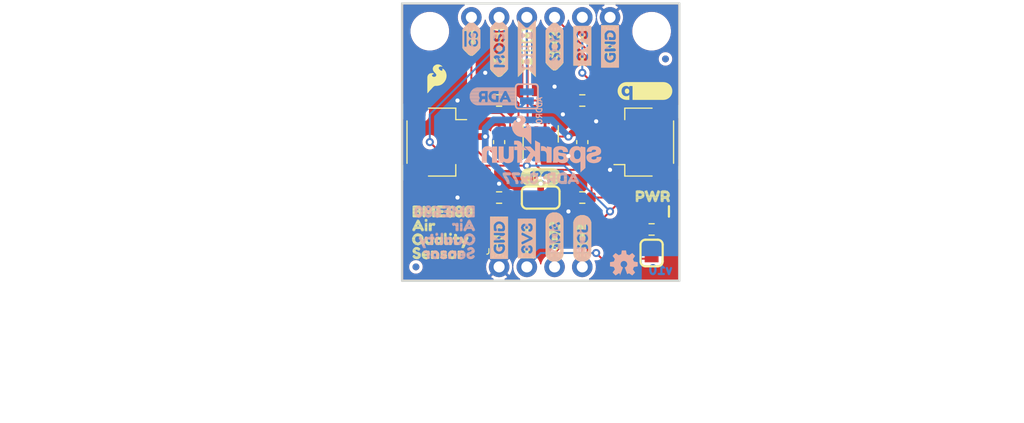
<source format=kicad_pcb>
(kicad_pcb (version 20221018) (generator pcbnew)
  (layers (0 "F.Cu" signal) (31 "B.Cu" signal) (34 "B.Paste" user) (35 "F.Paste" user) (36 "B.SilkS" user "B.Silkscreen") (37 "F.SilkS" user "F.Silkscreen") (38 "B.Mask" user) (39 "F.Mask" user) (44 "Edge.Cuts" user))
  (net 0 "")
  (net 1 "3.3V")
  (net 2 "GND")
  (net 3 "/SDO{slash}ADR")
  (net 4 "Net-(D1-PadA)")
  (net 5 "Net-(I2CPU0-Pad3)")
  (net 6 "Net-(I2CPU0-Pad1)")
  (net 7 "/SCK{slash}SCL")
  (net 8 "/SDI{slash}SDA")
  (net 9 "/~{CS}")
  (net 10 "Net-(PWRLED0-Pad1)")
  (footprint "Environmental_Sensor_Breakout_BME680:MOSI_I" (layer "F.Cu") (at 144.6911 99.1616 90)
    (fp_text reference "U$5" hide)
    (fp_text value "" hide)
  )
  (footprint "Environmental_Sensor_Breakout_BME680:STAND-OFF-TIGHT" (layer "F.Cu") (at 138.3411 94.8436)
    (fp_text reference "H1" hide)
    (fp_text value "STAND-OFFTIGHT" hide)
    (pad "" np_thru_hole circle (at 0 0) (size 3.048 3.048) (drill 3.048) (layers "*.Cu" "*.Mask"))
  )
  (footprint "Environmental_Sensor_Breakout_BME680:LED-0603" (layer "F.Cu") (at 158.6611 111.3536)
    (fp_text reference "D1" hide)
    (fp_text value "RED")
    (pad "A" smd roundrect (at -0.877 0 270) (size 1 1) (layers "F.Cu" "F.Paste" "F.Mask") (roundrect_rratio 0.15) (net 4 "Net-(D1-PadA)"))
    (pad "C" smd roundrect (at 0.877 0 270) (size 1 1) (layers "F.Cu" "F.Paste" "F.Mask") (roundrect_rratio 0.15) (net 2 "GND"))
  )
  (footprint "Resistor_SMD:R_0603_1608Metric" (layer "F.Cu") (at 152.3111 110.0836 180)
    (fp_text reference "R3" hide)
    (fp_text value "4.7KOHM-0603-1/10W-1%" hide)
    (pad "1" smd roundrect (at -0.825 0 180) (size 0.8 0.95) (layers "F.Cu" "F.Paste" "F.Mask") (net 8 "/SDI{slash}SDA"))
    (pad "2" smd roundrect (at 0.825 0 180) (size 0.8 0.95) (layers "F.Cu" "F.Paste" "F.Mask") (net 5 "Net-(I2CPU0-Pad3)"))
  )
  (footprint "Environmental_Sensor_Breakout_BME680:3V3_P" (layer "F.Cu") (at 147.2311 116.1796 90)
    (fp_text reference "U$16" hide)
    (fp_text value "" hide)
  )
  (footprint "Environmental_Sensor_Breakout_BME680:CREATIVE_COMMONS" (layer "F.Cu") (at 119.2911 127.8636)
    (fp_text reference "FRAME1" hide)
    (fp_text value "FRAME-LETTER" hide)
  )
  (footprint "Environmental_Sensor_Breakout_BME680:BME6800" (layer "F.Cu") (at 135.8011 111.3536)
    (fp_text reference "U$22" hide)
    (fp_text value "" hide)
  )
  (footprint "Environmental_Sensor_Breakout_BME680:1X06_NO_SILK" (layer "F.Cu") (at 142.1511 93.5736)
    (fp_text reference "J2" hide)
    (fp_text value "SPI")
    (pad "1" thru_hole circle (at 0 0 90) (size 1.8796 1.8796) (drill 1.016) (layers "*.Cu" "*.Mask") (net 9 "/~{CS}"))
    (pad "2" thru_hole circle (at 2.54 0 90) (size 1.8796 1.8796) (drill 1.016) (layers "*.Cu" "*.Mask") (net 8 "/SDI{slash}SDA"))
    (pad "3" thru_hole circle (at 5.08 0 90) (size 1.8796 1.8796) (drill 1.016) (layers "*.Cu" "*.Mask") (net 3 "/SDO{slash}ADR"))
    (pad "4" thru_hole circle (at 7.62 0 90) (size 1.8796 1.8796) (drill 1.016) (layers "*.Cu" "*.Mask") (net 7 "/SCK{slash}SCL"))
    (pad "5" thru_hole circle (at 10.16 0 90) (size 1.8796 1.8796) (drill 1.016) (layers "*.Cu" "*.Mask") (net 1 "3.3V"))
    (pad "6" thru_hole circle (at 12.7 0 90) (size 1.8796 1.8796) (drill 1.016) (layers "*.Cu" "*.Mask") (net 2 "GND"))
  )
  (footprint "Environmental_Sensor_Breakout_BME680:GND_P" (layer "F.Cu") (at 154.8511 98.6536 90)
    (fp_text reference "U$11" hide)
    (fp_text value "" hide)
  )
  (footprint "Environmental_Sensor_Breakout_BME680:STAND-OFF-TIGHT" (layer "F.Cu") (at 158.6611 94.8436)
    (fp_text reference "H2" hide)
    (fp_text value "STAND-OFFTIGHT" hide)
    (pad "" np_thru_hole circle (at 0 0) (size 3.048 3.048) (drill 3.048) (layers "*.Cu" "*.Mask"))
  )
  (footprint "Environmental_Sensor_Breakout_BME680:FIDUCIAL-MICRO" (layer "F.Cu") (at 137.0711 116.4336)
    (fp_text reference "FD4" hide)
    (fp_text value "FIDUCIALUFIDUCIAL" hide)
    (pad "1" smd roundrect (at 0 0) (size 0.635 0.635) (layers "F.Cu" "F.Mask") (roundrect_rratio 0.5))
  )
  (footprint "Environmental_Sensor_Breakout_BME680:I2C" (layer "F.Cu") (at 146.5961 108.1786)
    (fp_text reference "U$15" hide)
    (fp_text value "" hide)
  )
  (footprint "Environmental_Sensor_Breakout_BME680:SCL_IO" (layer "F.Cu") (at 152.3111 116.0526 90)
    (fp_text reference "U$20" hide)
    (fp_text value "" hide)
  )
  (footprint "Package_LGA:Bosch_LGA-8_3x3mm_P0.8mm_ClockwisePinNumbering" (layer "F.Cu") (at 148.5011 105.0036 180)
    (fp_text reference "U1" hide)
    (fp_text value "BME680-LGA" hide)
    (pad "1" smd roundrect (at -1.2 -1.1875 180) (size 0.5 0.525) (layers "F.Cu" "F.Paste" "F.Mask") (net 2 "GND"))
    (pad "2" smd roundrect (at -0.4 -1.1875 180) (size 0.5 0.525) (layers "F.Cu" "F.Paste" "F.Mask") (net 9 "/~{CS}"))
    (pad "3" smd roundrect (at 0.4 -1.1875 180) (size 0.5 0.525) (layers "F.Cu" "F.Paste" "F.Mask") (net 8 "/SDI{slash}SDA"))
    (pad "4" smd roundrect (at 1.2 -1.1875 180) (size 0.5 0.525) (layers "F.Cu" "F.Paste" "F.Mask") (net 7 "/SCK{slash}SCL"))
    (pad "5" smd roundrect (at 1.2 1.1875 180) (size 0.5 0.525) (layers "F.Cu" "F.Paste" "F.Mask") (net 3 "/SDO{slash}ADR"))
    (pad "6" smd roundrect (at 0.4 1.1875 180) (size 0.5 0.525) (layers "F.Cu" "F.Paste" "F.Mask") (net 1 "3.3V"))
    (pad "7" smd roundrect (at -0.4 1.1875 180) (size 0.5 0.525) (layers "F.Cu" "F.Paste" "F.Mask") (net 2 "GND"))
    (pad "8" smd roundrect (at -1.2 1.1875 180) (size 0.5 0.525) (layers "F.Cu" "F.Paste" "F.Mask") (net 1 "3.3V"))
  )
  (footprint "Environmental_Sensor_Breakout_BME680:SMT-JUMPER_3_2-NC_TRACE_SILK" (layer "F.Cu") (at 148.5011 110.0836)
    (fp_text reference "I2CPU0" hide)
    (fp_text value "JUMPER-SMT_3_2-NC_TRACE_SILK")
    (fp_poly (pts (xy 0.7112 0.13335) (xy -0.7112 0.13335) (xy -0.7112 -0.13335) (xy 0.7112 -0.13335)) (fill solid) (layer "F.Cu"))
    (pad "1" smd rect (at -1.0414 0) (size 0.6604 1.27) (layers "F.Cu" "F.Mask") (net 6 "Net-(I2CPU0-Pad1)"))
    (pad "2" smd rect (at 0 0) (size 0.6604 1.27) (layers "F.Cu" "F.Mask") (net 1 "3.3V"))
    (pad "3" smd rect (at 1.0414 0) (size 0.6604 1.27) (layers "F.Cu" "F.Mask") (net 5 "Net-(I2CPU0-Pad3)"))
  )
  (footprint "Environmental_Sensor_Breakout_BME680:GND_P" (layer "F.Cu") (at 144.6911 116.1796 90)
    (fp_text reference "U$14" hide)
    (fp_text value "" hide)
  )
  (footprint "Environmental_Sensor_Breakout_BME680:FIDUCIAL-MICRO" (layer "F.Cu") (at 159.9311 97.3836)
    (fp_text reference "FD1" hide)
    (fp_text value "FIDUCIALUFIDUCIAL" hide)
    (pad "1" smd roundrect (at 0 0) (size 0.635 0.635) (layers "F.Cu" "F.Mask") (roundrect_rratio 0.5))
  )
  (footprint "Capacitor_SMD:C_0603_1608Metric" (layer "F.Cu") (at 152.3111 105.0036 -90)
    (fp_text reference "C2" hide)
    (fp_text value "0.1UF-0603-100V-10%" hide)
    (pad "1" smd roundrect (at -0.775 0 270) (size 0.9 0.95) (layers "F.Cu" "F.Paste" "F.Mask") (net 1 "3.3V"))
    (pad "2" smd roundrect (at 0.775 0 270) (size 0.9 0.95) (layers "F.Cu" "F.Paste" "F.Mask") (net 2 "GND"))
  )
  (footprint "Environmental_Sensor_Breakout_BME680:SMT-JUMPER_2_NC_TRACE_SILK" (layer "F.Cu") (at 158.6611 115.1636 -90)
    (fp_text reference "PWRLED0" hide)
    (fp_text value "JUMPER-SMT_2_NC_TRACE_SILK")
    (fp_poly (pts (xy 0.1905 0.13335) (xy -0.70485 0.13335) (xy -0.70485 -0.13335) (xy 0.1905 -0.13335)) (fill solid) (layer "F.Cu"))
    (pad "1" smd rect (at -0.5207 0 270) (size 0.6604 1.27) (layers "F.Cu" "F.Mask") (net 10 "Net-(PWRLED0-Pad1)"))
    (pad "2" smd rect (at 0.5207 0 270) (size 0.6604 1.27) (layers "F.Cu" "F.Mask") (net 1 "3.3V"))
  )
  (footprint "Environmental_Sensor_Breakout_BME680:MISO_O" (layer "F.Cu") (at 147.2311 99.1616 90)
    (fp_text reference "U$1" hide)
    (fp_text value "" hide)
  )
  (footprint "Resistor_SMD:R_0603_1608Metric" (layer "F.Cu") (at 144.6911 101.1936)
    (fp_text reference "R5" hide)
    (fp_text value "4.7KOHM-0603-1/10W-1%" hide)
    (pad "1" smd roundrect (at -0.825 0) (size 0.8 0.95) (layers "F.Cu" "F.Paste" "F.Mask") (net 9 "/~{CS}"))
    (pad "2" smd roundrect (at 0.825 0) (size 0.8 0.95) (layers "F.Cu" "F.Paste" "F.Mask") (net 1 "3.3V"))
  )
  (footprint "Resistor_SMD:R_0603_1608Metric" (layer "F.Cu") (at 144.6911 110.0836)
    (fp_text reference "R4" hide)
    (fp_text value "4.7KOHM-0603-1/10W-1%" hide)
    (pad "1" smd roundrect (at -0.825 0) (size 0.8 0.95) (layers "F.Cu" "F.Paste" "F.Mask") (net 7 "/SCK{slash}SCL"))
    (pad "2" smd roundrect (at 0.825 0) (size 0.8 0.95) (layers "F.Cu" "F.Paste" "F.Mask") (net 6 "Net-(I2CPU0-Pad1)"))
  )
  (footprint "Environmental_Sensor_Breakout_BME680:SFE_LOGO_FLAME_.1" (layer "F.Cu") (at 138.9761 99.1616)
    (fp_text reference "LOGO4" hide)
    (fp_text value "SFE_LOGO_FLAME.1_INCH" hide)
  )
  (footprint "Environmental_Sensor_Breakout_BME680:SCK_I" (layer "F.Cu") (at 149.7711 98.5266 90)
    (fp_text reference "U$7" hide)
    (fp_text value "" hide)
  )
  (footprint "Connector_JST:JST_SH_SM04B-SRSS-TB_1x04-1MP_P1.00mm_Horizontal" (layer "F.Cu") (at 157.988 105.0036 90)
    (fp_text reference "J7" hide)
    (fp_text value "QWIIC" hide)
    (pad "1" smd roundrect (at -1.5 -2 90) (size 0.6 1.55) (layers "F.Cu" "F.Paste" "F.Mask") (net 2 "GND"))
    (pad "2" smd roundrect (at -0.5 -2 90) (size 0.6 1.55) (layers "F.Cu" "F.Paste" "F.Mask") (net 1 "3.3V"))
    (pad "3" smd roundrect (at 0.5 -2 90) (size 0.6 1.55) (layers "F.Cu" "F.Paste" "F.Mask") (net 8 "/SDI{slash}SDA"))
    (pad "4" smd roundrect (at 1.5 -2 90) (size 0.6 1.55) (layers "F.Cu" "F.Paste" "F.Mask") (net 7 "/SCK{slash}SCL"))
    (pad "MP" smd roundrect (at -2.8 1.875 90) (size 1.2 1.8) (layers "F.Cu" "F.Paste" "F.Mask") (roundrect_rratio 0.208333))
    (pad "MP" smd roundrect (at 2.8 1.875 90) (size 1.2 1.8) (layers "F.Cu" "F.Paste" "F.Mask") (roundrect_rratio 0.208333))
  )
  (footprint "Resistor_SMD:R_0603_1608Metric" (layer "F.Cu") (at 152.3111 101.1936)
    (fp_text reference "R1" hide)
    (fp_text value "4.7KOHM-0603-1/10W-1%" hide)
    (pad "1" smd roundrect (at -0.825 0) (size 0.8 0.95) (layers "F.Cu" "F.Paste" "F.Mask") (net 3 "/SDO{slash}ADR"))
    (pad "2" smd roundrect (at 0.825 0) (size 0.8 0.95) (layers "F.Cu" "F.Paste" "F.Mask") (net 1 "3.3V"))
  )
  (footprint "Environmental_Sensor_Breakout_BME680:SDA_IO" (layer "F.Cu") (at 149.7711 116.0526 90)
    (fp_text reference "U$18" hide)
    (fp_text value "" hide)
  )
  (footprint "Environmental_Sensor_Breakout_BME680:QWIIC_5MM" (layer "F.Cu") (at 158.0261 100.3046)
    (fp_text reference "U$32" hide)
    (fp_text value "" hide)
  )
  (footprint "Connector_JST:JST_SH_SM04B-SRSS-TB_1x04-1MP_P1.00mm_Horizontal" (layer "F.Cu") (at 138.938 105.0036 -90)
    (fp_text reference "J5" hide)
    (fp_text value "QWIIC" hide)
    (pad "1" smd roundrect (at -1.5 -2 270) (size 0.6 1.55) (layers "F.Cu" "F.Paste" "F.Mask") (net 2 "GND"))
    (pad "2" smd roundrect (at -0.5 -2 270) (size 0.6 1.55) (layers "F.Cu" "F.Paste" "F.Mask") (net 1 "3.3V"))
    (pad "3" smd roundrect (at 0.5 -2 270) (size 0.6 1.55) (layers "F.Cu" "F.Paste" "F.Mask") (net 8 "/SDI{slash}SDA"))
    (pad "4" smd roundrect (at 1.5 -2 270) (size 0.6 1.55) (layers "F.Cu" "F.Paste" "F.Mask") (net 7 "/SCK{slash}SCL"))
    (pad "MP" smd roundrect (at -2.8 1.875 270) (size 1.2 1.8) (layers "F.Cu" "F.Paste" "F.Mask") (roundrect_rratio 0.208333))
    (pad "MP" smd roundrect (at 2.8 1.875 270) (size 1.2 1.8) (layers "F.Cu" "F.Paste" "F.Mask") (roundrect_rratio 0.208333))
  )
  (footprint "Environmental_Sensor_Breakout_BME680:PWR_TO" (layer "F.Cu") (at 156.2481 109.9566)
    (fp_text reference "U$34" hide)
    (fp_text value "" hide)
  )
  (footprint "Environmental_Sensor_Breakout_BME680:1X04_NO_SILK" (layer "F.Cu") (at 144.6911 116.4336)
    (fp_text reference "J1" (at -1.27 -1.397) (layer "F.SilkS") (effects (font (size 0.512064 0.512064) (thickness 0.097536)) (justify left)))
    (fp_text value "I2C")
    (pad "1" thru_hole circle (at 0 0 90) (size 1.8796 1.8796) (drill 1.016) (layers "*.Cu" "*.Mask") (net 2 "GND"))
    (pad "2" thru_hole circle (at 2.54 0 90) (size 1.8796 1.8796) (drill 1.016) (layers "*.Cu" "*.Mask") (net 1 "3.3V"))
    (pad "3" thru_hole circle (at 5.08 0 90) (size 1.8796 1.8796) (drill 1.016) (layers "*.Cu" "*.Mask") (net 8 "/SDI{slash}SDA"))
    (pad "4" thru_hole circle (at 7.62 0 90) (size 1.8796 1.8796) (drill 1.016) (layers "*.Cu" "*.Mask") (net 7 "/SCK{slash}SCL"))
  )
  (footprint "Environmental_Sensor_Breakout_BME680:QUALITY2" (layer "F.Cu") (at 135.8011 113.8936)
    (fp_text reference "U$24" hide)
    (fp_text value "" hide)
  )
  (footprint "Resistor_SMD:R_0603_1608Metric" (layer "F.Cu") (at 158.6611 113.0046)
    (fp_text reference "R2" hide)
    (fp_text value "1KOHM-0603-1/10W-1%" hide)
    (pad "1" smd roundrect (at -0.825 0) (size 0.8 0.95) (layers "F.Cu" "F.Paste" "F.Mask") (net 4 "Net-(D1-PadA)"))
    (pad "2" smd roundrect (at 0.825 0) (size 0.8 0.95) (layers "F.Cu" "F.Paste" "F.Mask") (net 10 "Net-(PWRLED0-Pad1)"))
  )
  (footprint "Environmental_Sensor_Breakout_BME680:SENSOR3" (layer "F.Cu") (at 135.8011 115.1636)
    (fp_text reference "U$25" hide)
    (fp_text value "" hide)
  )
  (footprint "Environmental_Sensor_Breakout_BME680:REVISION" (layer "F.Cu") (at 130.7211 130.4036)
    (fp_text reference "LOGO3" hide)
    (fp_text value "REVISION" hide)
  )
  (footprint "Environmental_Sensor_Breakout_BME680:3V3_P" (layer "F.Cu") (at 152.3111 98.5266 90)
    (fp_text reference "U$9" hide)
    (fp_text value "" hide)
  )
  (footprint "Environmental_Sensor_Breakout_BME680:!CS_I" (layer "F.Cu") (at 142.1511 97.3836 90)
    (fp_text reference "U$3" hide)
    (fp_text value "" hide)
  )
  (footprint "Capacitor_SMD:C_0603_1608Metric" (layer "F.Cu") (at 144.6911 105.0036 90)
    (fp_text reference "C1" hide)
    (fp_text value "0.1UF-0603-100V-10%" hide)
    (pad "1" smd roundrect (at -0.775 0 90) (size 0.9 0.95) (layers "F.Cu" "F.Paste" "F.Mask") (net 1 "3.3V"))
    (pad "2" smd roundrect (at 0.775 0 90) (size 0.9 0.95) (layers "F.Cu" "F.Paste" "F.Mask") (net 2 "GND"))
  )
  (footprint "Environmental_Sensor_Breakout_BME680:AIR1" (layer "F.Cu") (at 135.8011 112.6236)
    (fp_text reference "U$23" hide)
    (fp_text value "" hide)
  )
  (footprint "Environmental_Sensor_Breakout_BME680:BME6800" (layer "B.Cu") (at 143.4211 111.3536 180)
    (fp_text reference "U$26" hide)
    (fp_text value "" hide)
  )
  (footprint "Environmental_Sensor_Breakout_BME680:3V3_P" (layer "B.Cu") (at 152.3111 93.8276 -90)
    (fp_text reference "U$10" hide)
    (fp_text value "" hide)
  )
  (footprint "Environmental_Sensor_Breakout_BME680:MOSI_I" (layer "B.Cu") (at 144.6911 93.7006 -90)
    (fp_text reference "U$6" hide)
    (fp_text value "" hide)
  )
  (footprint "Environmental_Sensor_Breakout_BME680:SDA_IO" (layer "B.Cu") (at 149.7711 111.3536 -90)
    (fp_text reference "U$19" hide)
    (fp_text value "" hide)
  )
  (footprint "Environmental_Sensor_Breakout_BME680:GND_P" (layer "B.Cu") (at 154.8511 93.8276 -90)
    (fp_text reference "U$12" hide)
    (fp_text value "" hide)
  )
  (footprint "Environmental_Sensor_Breakout_BME680:SFE_LOGO_NAME_FLAME_.1" (layer "B.Cu") (at 148.5011 106.2736 180)
    (fp_text reference "LOGO2" hide)
    (fp_text value "SFE_LOGO_NAME_FLAME.1_INCH" hide)
  )
  (footprint "Environmental_Sensor_Breakout_BME680:SCK_I" (layer "B.Cu") (at 149.7711 93.9546 -90)
    (fp_text reference "U$8" hide)
    (fp_text value "" hide)
  )
  (footprint "Environmental_Sensor_Breakout_BME680:SCL_IO" (layer "B.Cu") (at 152.3111 111.6076 -90)
    (fp_text reference "U$21" hide)
    (fp_text value "" hide)
  )
  (footprint "Environmental_Sensor_Breakout_BME680:QUALITY2" (layer "B.Cu") (at 143.4211 113.8936 180)
    (fp_text reference "U$28" hide)
    (fp_text value "" hide)
  )
  (footprint "Environmental_Sensor_Breakout_BME680:3V3_P" (layer "B.Cu") (at 147.2311 111.4806 -90)
    (fp_text reference "U$17" hide)
    (fp_text value "" hide)
  )
  (footprint "Environmental_Sensor_Breakout_BME680:GND_P" (layer "B.Cu") (at 144.6911 111.3536 -90)
    (fp_text reference "U$13" hide)
    (fp_text value "" hide)
  )
  (footprint "Environmental_Sensor_Breakout_BME680:AIR1" (layer "B.Cu") (at 143.4211 112.6236 180)
    (fp_text reference "U$27" hide)
    (fp_text value "" hide)
  )
  (footprint "Environmental_Sensor_Breakout_BME680:SMT-JUMPER_2_NO_SILK" (layer "B.Cu") (at 147.2311 100.8126 90)
    (fp_text reference "ADDR0" (at 0 1.143 90) (layer "B.SilkS") (effects (font (size 0.512064 0.512064) (thickness 0.097536)) (justify left mirror)))
    (fp_text value "JUMPER-SMT_2_NO_SILK")
    (pad "1" smd rect (at -0.4064 0 90) (size 0.635 1.27) (layers "B.Cu" "B.Mask") (net 2 "GND"))
    (pad "2" smd rect (at 0.4064 0 90) (size 0.635 1.27) (layers "B.Cu" "B.Mask") (net 3 "/SDO{slash}ADR"))
  )
  (footprint "Environmental_Sensor_Breakout_BME680:ADR#_0X770" (layer "B.Cu") (at 152.9461 108.3056 180)
    (fp_text reference "U$33" hide)
    (fp_text value "" hide)
  )
  (footprint "Environmental_Sensor_Breakout_BME680:!CS_I" (layer "B.Cu") (at 142.1511 93.7006 -90)
    (fp_text reference "U$4" hide)
    (fp_text value "" hide)
  )
  (footprint "Environmental_Sensor_Breakout_BME680:MISO_O" (layer "B.Cu") (at 147.2311 93.7006 -90)
    (fp_text reference "U$2" hide)
    (fp_text value "" hide)
  )
  (footprint "Environmental_Sensor_Breakout_BME680:ADR4" (layer "B.Cu") (at 146.7231 100.8126 180)
    (fp_text reference "U$30" hide)
    (fp_text value "" hide)
  )
  (footprint "Environmental_Sensor_Breakout_BME680:OSHW-LOGO-MINI" (layer "B.Cu") (at 156.1211 116.1796 180)
    (fp_text reference "LOGO1" hide)
    (fp_text value "OSHW-LOGOMINI" hide)
  )
  (footprint "Environmental_Sensor_Breakout_BME680:SENSOR3" (layer "B.Cu") (at 143.4211 115.1636 180)
    (fp_text reference "U$29" hide)
    (fp_text value "" hide)
  )
  (footprint "Environmental_Sensor_Breakout_BME680:FIDUCIAL-MICRO" (layer "B.Cu") (at 137.0711 116.4336 180)
    (fp_text reference "FD3" hide)
    (fp_text value "FIDUCIALUFIDUCIAL" hide)
    (pad "1" smd roundrect (at 0 0 180) (size 0.635 0.635) (layers "B.Cu" "B.Mask") (roundrect_rratio 0.5))
  )
  (footprint "Environmental_Sensor_Breakout_BME680:FIDUCIAL-MICRO" (layer "B.Cu") (at 159.9311 97.3836 180)
    (fp_text reference "FD2" hide)
    (fp_text value "FIDUCIALUFIDUCIAL" hide)
    (pad "1" smd roundrect (at 0 0 180) (size 0.635 0.635) (layers "B.Cu" "B.Mask") (roundrect_rratio 0.5))
  )
  (gr_line (start 161.2011 92.3036) (end 135.8011 92.3036) (stroke (width 0.2032)) (layer "Edge.Cuts"))
  (gr_line (start 135.8011 117.7036) (end 161.2011 117.7036) (stroke (width 0.2032)) (layer "Edge.Cuts"))
  (gr_line (start 161.2011 117.7036) (end 161.2011 92.3036) (stroke (width 0.2032)) (layer "Edge.Cuts"))
  (gr_line (start 135.8011 92.3036) (end 135.8011 117.7036) (stroke (width 0.2032)) (layer "Edge.Cuts"))
  (gr_text "v10" (at 160.6931 117.1956) (layer "B.Cu") (effects (font (size 0.8128 0.8128) (thickness 0.2032)) (justify left bottom mirror)))
  (segment (start 151.0411 104.4956) (end 149.6441 104.4956) (width 0.1778) (layer "F.Cu") (net 1))
  (segment (start 148.1201 104.4956) (end 149.6441 104.4956) (width 0.1778) (layer "F.Cu") (net 1))
  (segment (start 153.1611 99.5036) (end 152.3111 98.6536) (width 0.1778) (layer "F.Cu") (net 1))
  (segment (start 152.3111 104.1536) (end 152.3111 103.2256) (width 0.1778) (layer "F.Cu") (net 1))
  (segment (start 148.5011 112.6236) (end 147.2311 113.8936) (width 0.6096) (layer "F.Cu") (net 1))
  (segment (start 149.7011 104.4386) (end 149.6441 104.4956) (width 0.1778) (layer "F.Cu") (net 1))
  (segment (start 146.4691 104.1146) (end 146.4691 102.9716) (width 0.1778) (layer "F.Cu") (net 1))
  (segment (start 148.5011 110.0836) (end 148.5011 108.8136) (width 0.6096) (layer "F.Cu") (net 1))
  (segment (start 153.1611 101.1936) (end 153.1611 102.3756) (width 0.1778) (layer "F.Cu") (net 1))
  (segment (start 153.1611 101.1936) (end 153.1611 99.5036) (width 0.1778) (layer "F.Cu") (net 1))
  (segment (start 140.8891 104.4956) (end 140.8811 104.5036) (width 0.1778) (layer "F.Cu") (net 1))
  (segment (start 148.1011 103.8036) (end 148.1201 103.8226) (width 0.1778) (layer "F.Cu") (net 1))
  (segment (start 148.5011 110.0836) (end 148.5011 112.6236) (width 0.6096) (layer "F.Cu") (net 1))
  (segment (start 144.0171 105.8536) (end 144.6911 105.8536) (width 0.1778) (layer "F.Cu") (net 1))
  (segment (start 148.1201 103.8226) (end 148.1201 104.4956) (width 0.1778) (layer "F.Cu") (net 1))
  (segment (start 151.3831 104.1536) (end 151.0411 104.4956) (width 0.6096) (layer "F.Cu") (net 1))
  (segment (start 154.1018 115.6843) (end 153.5811 115.1636) (width 0.1778) (layer "F.Cu") (net 1))
  (segment (start 143.4211 105.2576) (end 144.0171 105.8536) (width 0.1778) (layer "F.Cu") (net 1))
  (segment (start 146.4691 101.4476) (end 146.2151 101.1936) (width 0.1778) (layer "F.Cu") (net 1))
  (segment (start 146.8501 104.4956) (end 146.4691 104.1146) (width 0.1778) (layer "F.Cu") (net 1))
  (segment (start 149.7011 103.8036) (end 149.7011 104.4386) (width 0.1778) (layer "F.Cu") (net 1))
  (segment (start 156.1211 105.5036) (end 154.5891 105.5036) (width 0.6096) (layer "F.Cu") (net 1))
  (segment (start 147.2311 113.8936) (end 147.2311 116.4336) (width 0.6096) (layer "F.Cu") (net 1))
  (segment (start 145.5411 101.1936) (end 146.2151 101.1936) (width 0.1778) (layer "F.Cu") (net 1))
  (segment (start 146.4691 101.4476) (end 146.4691 102.9716) (width 0.1778) (layer "F.Cu") (net 1))
  (segment (start 143.4211 105.2576) (end 143.4211 104.4956) (width 0.1778) (layer "F.Cu") (net 1))
  (segment (start 152.3111 103.2256) (end 153.1611 102.3756) (width 0.1778) (layer "F.Cu") (net 1))
  (segment (start 151.3831 104.1536) (end 152.3111 104.1536) (width 0.6096) (layer "F.Cu") (net 1))
  (segment (start 143.4211 104.4956) (end 140.8891 104.4956) (width 0.6096) (layer "F.Cu") (net 1))
  (segment (start 158.6611 115.6843) (end 154.1018 115.6843) (width 0.1778) (layer "F.Cu") (net 1))
  (segment (start 154.5891 105.5036) (end 153.2391 104.1536) (width 0.6096) (layer "F.Cu") (net 1))
  (segment (start 146.8501 104.4956) (end 148.1201 104.4956) (width 0.1778) (layer "F.Cu") (net 1))
  (segment (start 152.3111 104.1536) (end 153.2391 104.1536) (width 0.6096) (layer "F.Cu") (net 1))
  (via (at 148.5011 108.8136) (size 0.7366) (drill 0.381) (layers "F.Cu" "B.Cu") (net 1))
  (via (at 151.0411 104.4956) (size 0.7366) (drill 0.381) (layers "F.Cu" "B.Cu") (net 1))
  (via (at 146.4691 102.9716) (size 0.7366) (drill 0.381) (layers "F.Cu" "B.Cu") (net 1))
  (via (at 152.3111 98.6536) (size 0.7366) (drill 0.381) (layers "F.Cu" "B.Cu") (net 1))
  (via (at 153.5811 115.1636) (size 0.7366) (drill 0.381) (layers "F.Cu" "B.Cu") (net 1))
  (via (at 143.4211 104.4956) (size 0.7366) (drill 0.381) (layers "F.Cu" "B.Cu") (net 1))
  (segment (start 148.5011 108.8136) (end 145.9611 108.8136) (width 0.6096) (layer "B.Cu") (net 1))
  (segment (start 153.5811 115.1636) (end 148.5011 115.1636) (width 0.1778) (layer "B.Cu") (net 1))
  (segment (start 143.4211 104.4956) (end 143.4211 106.2736) (width 0.6096) (layer "B.Cu") (net 1))
  (segment (start 144.1831 102.9716) (end 143.4211 103.7336) (width 0.6096) (layer "B.Cu") (net 1))
  (segment (start 143.4211 106.2736) (end 145.9611 108.8136) (width 0.6096) (layer "B.Cu") (net 1))
  (segment (start 143.4211 103.7336) (end 143.4211 104.4956) (width 0.6096) (layer "B.Cu") (net 1))
  (segment (start 151.032068 104.4956) (end 151.0411 104.4956) (width 0.1778) (layer "B.Cu") (net 1))
  (segment (start 146.4691 102.9716) (end 149.508068 102.9716) (width 0.6096) (layer "B.Cu") (net 1))
  (segment (start 146.4691 102.9716) (end 144.1831 102.9716) (width 0.6096) (layer "B.Cu") (net 1))
  (segment (start 151.032068 104.4956) (end 149.508068 102.9716) (width 0.6096) (layer "B.Cu") (net 1))
  (segment (start 152.3111 93.5736) (end 152.3111 98.6536) (width 0.1778) (layer "B.Cu") (net 1))
  (segment (start 148.5011 115.1636) (end 147.2311 116.4336) (width 0.1778) (layer "B.Cu") (net 1))
  (via (at 140.8811 110.0836) (size 0.7366) (drill 0.381) (layers "F.Cu" "B.Cu") (net 2))
  (via (at 140.8811 101.1936) (size 0.7366) (drill 0.381) (layers "F.Cu" "B.Cu") (net 2))
  (via (at 153.5811 103.0986) (size 0.7366) (drill 0.381) (layers "F.Cu" "B.Cu") (net 2))
  (via (at 149.7711 99.9236) (size 0.7366) (drill 0.381) (layers "F.Cu" "B.Cu") (net 2))
  (via (at 151.0411 106.2736) (size 0.7366) (drill 0.381) (layers "F.Cu" "B.Cu") (net 2))
  (via (at 144.6911 108.8136) (size 0.7366) (drill 0.381) (layers "F.Cu" "B.Cu") (net 2))
  (via (at 154.8511 107.5436) (size 0.7366) (drill 0.381) (layers "F.Cu" "B.Cu") (net 2))
  (via (at 143.4211 98.6536) (size 0.7366) (drill 0.381) (layers "F.Cu" "B.Cu") (net 2))
  (via (at 150.5331 102.4636) (size 0.7366) (drill 0.381) (layers "F.Cu" "B.Cu") (net 2))
  (via (at 151.0411 111.3536) (size 0.7366) (drill 0.381) (layers "F.Cu" "B.Cu") (net 2))
  (segment (start 147.3011 97.4536) (end 147.2311 97.3836) (width 0.1778) (layer "F.Cu") (net 3))
  (segment (start 147.3011 103.8036) (end 147.3011 101.1936) (width 0.1778) (layer "F.Cu") (net 3))
  (segment (start 147.2311 93.5736) (end 147.2311 97.3836) (width 0.1778) (layer "F.Cu") (net 3))
  (segment (start 151.4611 101.1936) (end 147.3011 101.1936) (width 0.1778) (layer "F.Cu") (net 3))
  (segment (start 147.3011 101.1936) (end 147.3011 97.4536) (width 0.1778) (layer "F.Cu") (net 3))
  (segment (start 147.2311 100.4062) (end 147.2311 93.5736) (width 0.1778) (layer "B.Cu") (net 3))
  (segment (start 157.7841 111.3536) (end 157.7841 112.9776) (width 0.1778) (layer "F.Cu") (net 4))
  (segment (start 157.7841 112.9776) (end 157.8111 113.0046) (width 0.1778) (layer "F.Cu") (net 4))
  (segment (start 149.5425 110.0836) (end 151.4611 110.0836) (width 0.1778) (layer "F.Cu") (net 5))
  (segment (start 145.5411 110.0836) (end 147.4597 110.0836) (width 0.1778) (layer "F.Cu") (net 6))
  (segment (start 147.3011 107.1626) (end 147.2311 107.1626) (width 0.1778) (layer "F.Cu") (net 7))
  (segment (start 143.8411 107.5826) (end 143.8021 107.5436) (width 0.1778) (layer "F.Cu") (net 7))
  (segment (start 156.1211 103.5036) (end 157.1611 103.5036) (width 0.1778) (layer "F.Cu") (net 7))
  (segment (start 155.1291 103.5036) (end 154.8511 103.2256) (width 0.1778) (layer "F.Cu") (net 7))
  (segment (start 154.8511 103.2256) (end 154.8511 98.6536) (width 0.1778) (layer "F.Cu") (net 7))
  (segment (start 147.3011 106.2036) (end 147.3011 107.1626) (width 0.1778) (layer "F.Cu") (net 7))
  (segment (start 154.8511 98.6536) (end 149.7711 93.5736) (width 0.1778) (layer "F.Cu") (net 7))
  (segment (start 157.7721 104.1146) (end 157.7721 108.4326) (width 0.1778) (layer "F.Cu") (net 7))
  (segment (start 157.7721 108.4326) (end 154.8511 111.3536) (width 0.1778) (layer "F.Cu") (net 7))
  (segment (start 140.8811 106.5036) (end 142.3811 106.5036) (width 0.1778) (layer "F.Cu") (net 7))
  (segment (start 143.8021 107.5436) (end 143.4211 107.1626) (width 0.1778) (layer "F.Cu") (net 7))
  (segment (start 154.8511 111.3536) (end 152.3111 113.8936) (width 0.1778) (layer "F.Cu") (net 7))
  (segment (start 157.1611 103.5036) (end 157.7721 104.1146) (width 0.1778) (layer "F.Cu") (net 7))
  (segment (start 143.8411 110.0836) (end 143.8411 107.5826) (width 0.1778) (layer "F.Cu") (net 7))
  (segment (start 152.3111 113.8936) (end 152.3111 116.4336) (width 0.1778) (layer "F.Cu") (net 7))
  (segment (start 143.4211 107.1626) (end 147.2311 107.1626) (width 0.1778) (layer "F.Cu") (net 7))
  (segment (start 142.3811 106.5036) (end 143.4211 107.5436) (width 0.1778) (layer "F.Cu") (net 7))
  (segment (start 143.4211 107.5436) (end 143.8021 107.5436) (width 0.1778) (layer "F.Cu") (net 7))
  (segment (start 156.1211 103.5036) (end 155.1291 103.5036) (width 0.1778) (layer "F.Cu") (net 7))
  (via (at 147.2311 107.1626) (size 0.7366) (drill 0.381) (layers "F.Cu" "B.Cu") (net 7))
  (via (at 154.8511 111.3536) (size 0.7366) (drill 0.381) (layers "F.Cu" "B.Cu") (net 7))
  (segment (start 150.6601 107.1626) (end 154.8511 111.3536) (width 0.1778) (layer "B.Cu") (net 7))
  (segment (start 147.2311 107.1626) (end 150.6601 107.1626) (width 0.1778) (layer "B.Cu") (net 7))
  (segment (start 156.1211 104.5036) (end 156.8911 104.5036) (width 0.1778) (layer "F.Cu") (net 8))
  (segment (start 153.1611 111.7736) (end 149.7711 115.1636) (width 0.1778) (layer "F.Cu") (net 8))
  (segment (start 146.5961 105.3846) (end 146.2151 105.7656) (width 0.1778) (layer "F.Cu") (net 8))
  (segment (start 153.1611 108.3936) (end 152.3111 107.5436) (width 0.1778) (layer "F.Cu") (net 8))
  (segment (start 148.1011 105.6196) (end 147.8661 105.3846) (width 0.1778) (layer "F.Cu") (net 8))
  (segment (start 156.8911 104.5036) (end 157.2641 104.8766) (width 0.1778) (layer "F.Cu") (net 8))
  (segment (start 152.3111 107.5436) (end 148.5011 107.5436) (width 0.1778) (layer "F.Cu") (net 8))
  (segment (start 142.3971 105.5036) (end 143.6751 106.7816) (width 0.1778) (layer "F.Cu") (net 8))
  (segment (start 153.1611 110.0836) (end 153.1611 111.7736) (width 0.1778) (layer "F.Cu") (net 8))
  (segment (start 143.6751 106.7816) (end 145.5801 106.7816) (width 0.1778) (layer "F.Cu") (net 8))
  (segment (start 146.2151 105.7656) (end 146.2151 106.1466) (width 0.1778) (layer "F.Cu") (net 8))
  (segment (start 138.8411 105.5036) (end 138.3411 105.0036) (width 0.1778) (layer "F.Cu") (net 8))
  (segment (start 140.8811 105.5036) (end 138.8411 105.5036) (width 0.1778) (layer "F.Cu") (net 8))
  (segment (start 149.7711 115.1636) (end 149.7711 116.4336) (width 0.1778) (layer "F.Cu") (net 8))
  (segment (start 145.5801 106.7816) (end 146.2151 106.1466) (width 0.1778) (layer "F.Cu") (net 8))
  (segment (start 148.5011 107.5436) (end 148.1011 107.1436) (width 0.1778) (layer "F.Cu") (net 8))
  (segment (start 148.1011 106.2036) (end 148.1011 105.6196) (width 0.1778) (layer "F.Cu") (net 8))
  (segment (start 157.2641 104.8766) (end 157.2641 107.6706) (width 0.1778) (layer "F.Cu") (net 8))
  (segment (start 153.1611 110.0836) (end 153.1611 108.3936) (width 0.1778) (layer "F.Cu") (net 8))
  (segment (start 157.2641 107.6706) (end 154.8511 110.0836) (width 0.1778) (layer "F.Cu") (net 8))
  (segment (start 148.1011 107.1436) (end 148.1011 106.2036) (width 0.1778) (layer "F.Cu") (net 8))
  (segment (start 154.8511 110.0836) (end 153.1611 110.0836) (width 0.1778) (layer "F.Cu") (net 8))
  (segment (start 140.8811 105.5036) (end 142.3971 105.5036) (width 0.1778) (layer "F.Cu") (net 8))
  (segment (start 147.8661 105.3846) (end 146.5961 105.3846) (width 0.1778) (layer "F.Cu") (net 8))
  (via (at 138.3411 105.0036) (size 0.7366) (drill 0.381) (layers "F.Cu" "B.Cu") (net 8))
  (segment (start 144.6911 96.1136) (end 138.3411 102.4636) (width 0.1778) (layer "B.Cu") (net 8))
  (segment (start 144.6911 93.5736) (end 144.6911 96.1136) (width 0.1778) (layer "B.Cu") (net 8))
  (segment (start 138.3411 102.4636) (end 138.3411 105.0036) (width 0.1778) (layer "B.Cu") (net 8))
  (segment (start 143.8411 101.1936) (end 142.1511 101.1936) (width 0.1778) (layer "F.Cu") (net 9))
  (segment (start 146.2151 105.0036) (end 145.7071 104.4956) (width 0.1778) (layer "F.Cu") (net 9))
  (segment (start 144.8181 102.3366) (end 142.7861 102.3366) (width 0.1778) (layer "F.Cu") (net 9))
  (segment (start 142.1511 101.1936) (end 142.1511 93.5736) (width 0.1778) (layer "F.Cu") (net 9))
  (segment (start 148.9011 106.2036) (end 148.9011 105.7846) (width 0.1778) (layer "F.Cu") (net 9))
  (segment (start 145.7071 104.4956) (end 145.7071 103.2256) (width 0.1778) (layer "F.Cu") (net 9))
  (segment (start 148.1201 105.0036) (end 146.2151 105.0036) (width 0.1778) (layer "F.Cu") (net 9))
  (segment (start 142.1511 101.7016) (end 142.1511 101.1936) (width 0.1778) (layer "F.Cu") (net 9))
  (segment (start 142.7861 102.3366) (end 142.1511 101.7016) (width 0.1778) (layer "F.Cu") (net 9))
  (segment (start 148.9011 105.7846) (end 148.1201 105.0036) (width 0.1778) (layer "F.Cu") (net 9))
  (segment (start 145.7071 103.2256) (end 144.8181 102.3366) (width 0.1778) (layer "F.Cu") (net 9))
  (segment (start 159.5111 113.0309) (end 158.6611 113.8809) (width 0.1778) (layer "F.Cu") (net 10))
  (segment (start 159.5111 113.0046) (end 159.5111 113.0309) (width 0.1778) (layer "F.Cu") (net 10))
  (segment (start 158.6611 113.8809) (end 158.6611 114.6429) (width 0.1778) (layer "F.Cu") (net 10))
  (zone (net 2) (net_name "GND") (layer "F.Cu") (priority 6) (connect_pads (clearance 0.3048)) (min_thickness 0.1016) (fill yes (thermal_gap 0.2532) (thermal_bridge_width 0.2532))
    (polygon (pts (xy 161.3027 117.8052) (xy 135.6995 117.8052) (xy 135.6995 92.202) (xy 161.3027 92.202)))
  )
  (zone (net 2) (net_name "GND") (layer "B.Cu") (priority 6) (connect_pads (clearance 0.3048)) (min_thickness 0.1016) (fill yes (thermal_gap 0.2532) (thermal_bridge_width 0.2532))
    (polygon (pts (xy 161.3027 117.8052) (xy 135.6995 117.8052) (xy 135.6995 92.202) (xy 161.3027 92.202)))
  )
)
</source>
